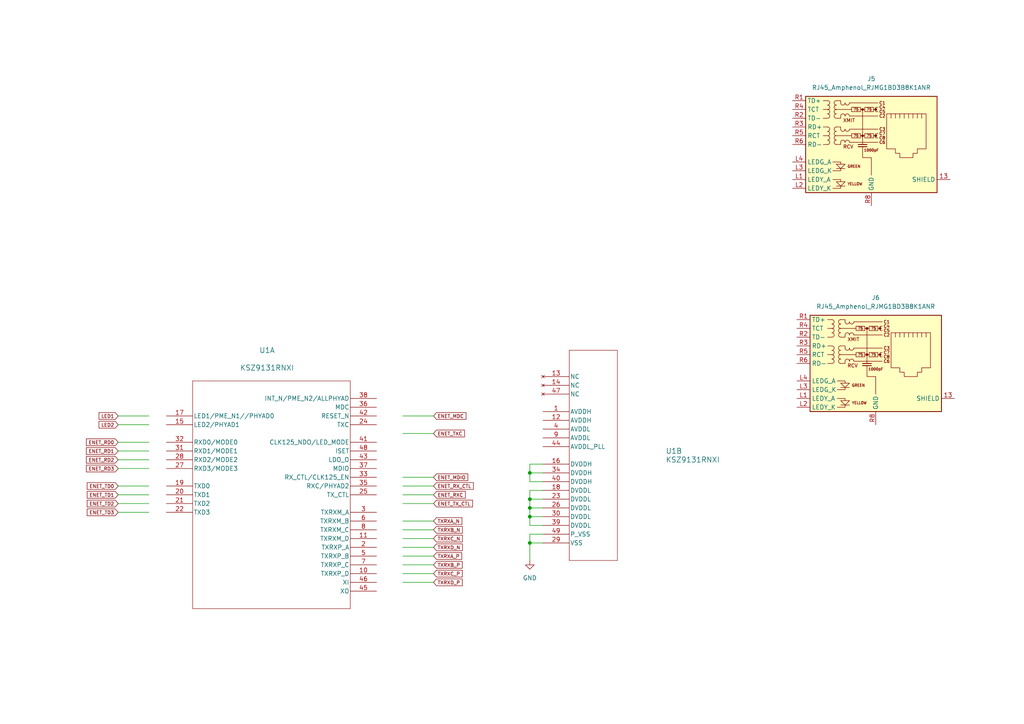
<source format=kicad_sch>
(kicad_sch (version 20231120) (generator "eeschema") (generator_version "8.0")
  (paper "A4")
  (lib_symbols
    (symbol "Connector:RJ45_Amphenol_RJMG1BD3B8K1ANR"
      (property "Reference" "J" (at 19.05 15.24 0))
      (property "Value" "RJ45_Amphenol_RJMG1BD3B8K1ANR" (at -19.05 15.24 0))
      (symbol "RJ45_Amphenol_RJMG1BD3B8K1ANR_0_0"
        (circle (center -2.54 2.54) (radius 0.254) (stroke (width 0.254)) (fill (type outline)))
        (circle (center -2.54 10.16) (radius 0.254) (stroke (width 0.254)) (fill (type outline)))
        (polyline (pts (xy -7.62 -12.065) (xy -10.16 -12.065)))
        (polyline (pts (xy -7.62 -6.985) (xy -10.16 -6.985)))
        (polyline (pts (xy -2.54 10.16) (xy -2.54 0)))
        (polyline (pts (xy -1.27 -0.635) (xy -3.81 -0.635)) (stroke (width 0.254)))
        (polyline (pts (xy -1.27 0) (xy -3.81 0)) (stroke (width 0.254)))
        (polyline (pts (xy 1.27 2.54) (xy 0.635 2.54)))
        (polyline (pts (xy 1.27 10.16) (xy 0.635 10.16)))
        (polyline (pts (xy -11.176 -12.7) (xy -8.89 -12.7) (xy -8.89 -12.065)))
        (polyline (pts (xy -11.176 -10.16) (xy -8.89 -10.16) (xy -8.89 -10.795)))
        (polyline (pts (xy -11.176 -5.08) (xy -8.89 -5.08) (xy -8.89 -5.715)))
        (polyline (pts (xy -8.89 -6.985) (xy -8.89 -7.62) (xy -11.176 -7.62)))
        (polyline (pts (xy -10.16 -5.715) (xy -7.62 -5.715) (xy -8.89 -6.985) (xy -10.16 -5.715)))
        (polyline (pts (xy -7.62 -10.795) (xy -10.16 -10.795) (xy -8.89 -12.065) (xy -7.62 -10.795)))
        (polyline (pts (xy -2.54 -0.635) (xy -2.54 -3.81) (xy 0 -3.81) (xy 0 -8.89)))
        (polyline (pts (xy 1.905 3.175) (xy 1.27 3.175) (xy 1.27 1.905) (xy 1.905 1.905)))
        (polyline (pts (xy 1.905 10.795) (xy 1.27 10.795) (xy 1.27 9.525) (xy 1.905 9.525)))
        (circle (center 1.27 2.54) (radius 0.254) (stroke (width 0.254)) (fill (type outline)))
        (circle (center 1.27 10.16) (radius 0.254) (stroke (width 0.254)) (fill (type outline)))
        (text "1000pF" (at 0 -1.651 0) (effects (font (size 0.762 0.762))))
        (text "75" (at -4.445 2.54 0) (effects (font (size 0.762 0.762))))
        (text "75" (at -4.445 10.16 0) (effects (font (size 0.762 0.762))))
        (text "75" (at -0.635 2.54 0) (effects (font (size 0.762 0.762))))
        (text "75" (at -0.635 10.16 0) (effects (font (size 0.762 0.762))))
        (text "C1" (at 3.175 12.065 0) (effects (font (size 0.889 0.889))))
        (text "C2" (at 3.175 8.255 0) (effects (font (size 0.889 0.889))))
        (text "C3" (at 3.175 4.445 0) (effects (font (size 0.889 0.889))))
        (text "C4" (at 3.175 10.795 0) (effects (font (size 0.889 0.889))))
        (text "C5" (at 3.175 9.525 0) (effects (font (size 0.889 0.889))))
        (text "C6" (at 3.175 0.635 0) (effects (font (size 0.889 0.889))))
        (text "C7" (at 3.175 3.175 0) (effects (font (size 0.889 0.889))))
        (text "C8" (at 3.175 1.905 0) (effects (font (size 0.889 0.889))))
        (text "GREEN" (at -6.985 -6.35 0) (effects (font (size 0.762 0.762)) (justify left)))
        (text "RCV" (at -8.255 -0.635 0) (effects (font (size 1.016 1.016)) (justify left)))
        (text "XMIT" (at -8.255 6.985 0) (effects (font (size 1.016 1.016)) (justify left)))
        (text "YELLOW" (at -6.985 -11.43 0) (effects (font (size 0.762 0.762)) (justify left)))
      )
      (symbol "RJ45_Amphenol_RJMG1BD3B8K1ANR_0_1"
        (rectangle (start -19.05 -13.97) (end 19.05 13.97) (stroke (width 0.254)) (fill (type background)))
        (arc (start -12.7 0) (mid -12.0677 0.635) (end -12.7 1.27))
        (arc (start -12.7 1.27) (mid -12.0677 1.905) (end -12.7 2.54))
        (arc (start -12.7 2.54) (mid -12.0677 3.175) (end -12.7 3.81))
        (arc (start -12.7 3.81) (mid -12.0677 4.445) (end -12.7 5.08))
        (arc (start -12.7 7.62) (mid -12.0677 8.255) (end -12.7 8.89))
        (arc (start -12.7 8.89) (mid -12.0677 9.525) (end -12.7 10.16))
        (arc (start -12.7 10.16) (mid -12.0677 10.795) (end -12.7 11.43))
        (arc (start -12.7 11.43) (mid -12.0677 12.065) (end -12.7 12.7))
        (arc (start -10.16 1.27) (mid -10.7923 0.635) (end -10.16 0))
        (arc (start -10.16 2.54) (mid -10.7923 1.905) (end -10.16 1.27))
        (arc (start -10.16 3.81) (mid -10.7923 3.175) (end -10.16 2.54))
        (arc (start -10.16 5.08) (mid -10.7923 4.445) (end -10.16 3.81))
        (arc (start -10.16 8.89) (mid -10.7923 8.255) (end -10.16 7.62))
        (arc (start -10.16 10.16) (mid -10.7923 9.525) (end -10.16 8.89))
        (arc (start -10.16 11.43) (mid -10.7923 10.795) (end -10.16 10.16))
        (arc (start -10.16 12.7) (mid -10.7923 12.065) (end -10.16 11.43))
        (arc (start -8.89 4.445) (mid -8.255 3.8127) (end -7.62 4.445))
        (arc (start -8.89 12.065) (mid -8.255 11.4327) (end -7.62 12.065))
        (arc (start -7.62 0.635) (mid -8.255 1.2673) (end -8.89 0.635))
        (arc (start -7.62 4.445) (mid -6.985 3.8127) (end -6.35 4.445))
        (arc (start -7.62 8.255) (mid -8.255 8.8873) (end -8.89 8.255))
        (arc (start -7.62 12.065) (mid -6.985 11.4327) (end -6.35 12.065))
        (arc (start -6.35 0.635) (mid -6.985 1.2673) (end -7.62 0.635))
        (arc (start -6.35 8.255) (mid -6.985 8.8873) (end -7.62 8.255))
        (rectangle (start -5.715 3.175) (end -3.175 1.905))
        (rectangle (start -5.715 10.795) (end -3.175 9.525))
        (rectangle (start -1.905 3.175) (end 0.635 1.905))
        (rectangle (start -1.905 10.795) (end 0.635 9.525))
        (polyline (pts (xy -12.7 0) (xy -13.97 0)))
        (polyline (pts (xy -12.7 2.54) (xy -13.97 2.54)))
        (polyline (pts (xy -12.7 5.08) (xy -13.97 5.08)))
        (polyline (pts (xy -12.7 7.62) (xy -13.97 7.62)))
        (polyline (pts (xy -12.7 10.16) (xy -13.97 10.16)))
        (polyline (pts (xy -12.7 12.7) (xy -13.97 12.7)))
        (polyline (pts (xy -6.35 0.635) (xy 1.905 0.635)))
        (polyline (pts (xy -6.35 4.445) (xy 1.905 4.445)))
        (polyline (pts (xy -6.35 8.255) (xy 1.905 8.255)))
        (polyline (pts (xy -6.35 12.065) (xy 1.905 12.065)))
        (polyline (pts (xy -5.715 2.54) (xy -10.16 2.54)))
        (polyline (pts (xy -5.715 10.16) (xy -10.16 10.16)))
        (polyline (pts (xy -3.175 2.54) (xy -1.905 2.54)))
        (polyline (pts (xy -3.175 10.16) (xy -1.905 10.16)))
        (polyline (pts (xy 5.715 7.62) (xy 5.715 8.89)))
        (polyline (pts (xy 6.985 8.89) (xy 6.985 7.62)))
        (polyline (pts (xy 8.255 8.89) (xy 8.255 7.62)))
        (polyline (pts (xy 9.525 8.89) (xy 9.525 7.62)))
        (polyline (pts (xy 10.795 8.89) (xy 10.795 7.62)))
        (polyline (pts (xy 12.065 8.89) (xy 12.065 7.62)))
        (polyline (pts (xy 13.335 7.62) (xy 13.335 8.89)))
        (polyline (pts (xy 14.605 7.62) (xy 14.605 8.89)))
        (polyline (pts (xy -10.16 5.08) (xy -8.89 5.08) (xy -8.89 4.445)))
        (polyline (pts (xy -10.16 12.7) (xy -8.89 12.7) (xy -8.89 12.065)))
        (polyline (pts (xy -8.89 0.635) (xy -8.89 0) (xy -10.16 0)))
        (polyline (pts (xy -8.89 8.255) (xy -8.89 7.62) (xy -10.16 7.62)))
        (polyline (pts (xy 4.445 8.89) (xy 15.875 8.89) (xy 15.875 -1.27) (xy 13.335 -1.27) (xy 13.335 -2.54) (xy 12.065 -2.54) (xy 12.065 -3.81) (xy 8.255 -3.81) (xy 8.255 -2.54) (xy 6.985 -2.54) (xy 6.985 -1.27) (xy 4.445 -1.27) (xy 4.445 8.89)))
      )
      (symbol "RJ45_Amphenol_RJMG1BD3B8K1ANR_1_1"
        (pin passive line (at 22.86 -10.16 180) (length 3.81) (name "SHIELD") (number "13"))
        (pin passive line (at -22.86 -10.16 0) (length 3.81) (name "LEDY_A") (number "L1"))
        (pin passive line (at -22.86 -12.7 0) (length 3.81) (name "LEDY_K") (number "L2"))
        (pin passive line (at -22.86 -7.62 0) (length 3.81) (name "LEDG_K") (number "L3"))
        (pin passive line (at -22.86 -5.08 0) (length 3.81) (name "LEDG_A") (number "L4"))
        (pin passive line (at -22.86 12.7 0) (length 3.81) (name "TD+") (number "R1"))
        (pin passive line (at -22.86 7.62 0) (length 3.81) (name "TD-") (number "R2"))
        (pin passive line (at -22.86 5.08 0) (length 3.81) (name "RD+") (number "R3"))
        (pin passive line (at -22.86 10.16 0) (length 3.81) (name "TCT") (number "R4"))
        (pin passive line (at -22.86 2.54 0) (length 3.81) (name "RCT") (number "R5"))
        (pin passive line (at -22.86 0 0) (length 3.81) (name "RD-") (number "R6"))
        (pin no_connect line (at 5.08 -5.08 0) (length 0) hide (name "NC") (number "R7"))
        (pin power_in line (at 0 -17.78 90) (length 3.81) (name "GND") (number "R8"))
      )
    )
    (symbol "KSZ9131RNXI:KSZ9131RNXI" (pin_names (offset 0.254))
      (property "Reference" "U" (at -5.08 35.56 0))
      (property "Value" "KSZ9131RNXI" (at -5.08 33.02 0))
      (symbol "KSZ9131RNXI_1_1"
        (polyline (pts (xy -30.48 -35.56) (xy 15.24 -35.56)) (stroke (width 0.127)))
        (polyline (pts (xy -30.48 30.48) (xy -30.48 -35.56)) (stroke (width 0.127)))
        (polyline (pts (xy 15.24 -35.56) (xy 15.24 30.48)) (stroke (width 0.127)))
        (polyline (pts (xy 15.24 30.48) (xy -30.48 30.48)) (stroke (width 0.127)))
        (pin unspecified line (at -38.1 -25.4 0) (length 7.62) (name "TXRXP_D") (number "10"))
        (pin unspecified line (at -38.1 -15.24 0) (length 7.62) (name "TXRXM_D") (number "11"))
        (pin bidirectional line (at 22.86 17.78 180) (length 7.62) (name "LED2/PHYAD1") (number "15"))
        (pin bidirectional line (at 22.86 20.32 180) (length 7.62) (name "LED1/PME_N1//PHYAD0") (number "17"))
        (pin input line (at 22.86 0 180) (length 7.62) (name "TXD0") (number "19"))
        (pin unspecified line (at -38.1 -17.78 0) (length 7.62) (name "TXRXP_A") (number "2"))
        (pin input line (at 22.86 -2.54 180) (length 7.62) (name "TXD1") (number "20"))
        (pin input line (at 22.86 -5.08 180) (length 7.62) (name "TXD2") (number "21"))
        (pin input line (at 22.86 -7.62 180) (length 7.62) (name "TXD3") (number "22"))
        (pin input line (at -38.1 17.78 0) (length 7.62) (name "TXC") (number "24"))
        (pin unspecified line (at -38.1 -2.54 0) (length 7.62) (name "TX_CTL") (number "25"))
        (pin bidirectional line (at 22.86 5.08 180) (length 7.62) (name "RXD3/MODE3") (number "27"))
        (pin bidirectional line (at 22.86 7.62 180) (length 7.62) (name "RXD2/MODE2") (number "28"))
        (pin unspecified line (at -38.1 -7.62 0) (length 7.62) (name "TXRXM_A") (number "3"))
        (pin bidirectional line (at 22.86 10.16 180) (length 7.62) (name "RXD1/MODE1") (number "31"))
        (pin bidirectional line (at 22.86 12.7 180) (length 7.62) (name "RXD0/MODE0") (number "32"))
        (pin unspecified line (at -38.1 2.54 0) (length 7.62) (name "RX_CTL/CLK125_EN") (number "33"))
        (pin bidirectional line (at -38.1 0 0) (length 7.62) (name "RXC/PHYAD2") (number "35"))
        (pin input line (at -38.1 22.86 0) (length 7.62) (name "MDC") (number "36"))
        (pin bidirectional line (at -38.1 5.08 0) (length 7.62) (name "MDIO") (number "37"))
        (pin input line (at -38.1 25.4 0) (length 7.62) (name "INT_N/PME_N2/ALLPHYAD") (number "38"))
        (pin unspecified line (at -38.1 12.7 0) (length 7.62) (name "CLK125_NDO/LED_MODE") (number "41"))
        (pin input line (at -38.1 20.32 0) (length 7.62) (name "RESET_N") (number "42"))
        (pin unspecified line (at -38.1 7.62 0) (length 7.62) (name "LDO_O") (number "43"))
        (pin unspecified line (at -38.1 -30.48 0) (length 7.62) (name "XO") (number "45"))
        (pin unspecified line (at -38.1 -27.94 0) (length 7.62) (name "XI") (number "46"))
        (pin unspecified line (at -38.1 10.16 0) (length 7.62) (name "ISET") (number "48"))
        (pin unspecified line (at -38.1 -20.32 0) (length 7.62) (name "TXRXP_B") (number "5"))
        (pin unspecified line (at -38.1 -10.16 0) (length 7.62) (name "TXRXM_B") (number "6"))
        (pin unspecified line (at -38.1 -22.86 0) (length 7.62) (name "TXRXP_C") (number "7"))
        (pin unspecified line (at -38.1 -12.7 0) (length 7.62) (name "TXRXM_C") (number "8"))
      )
      (symbol "KSZ9131RNXI_2_1"
        (polyline (pts (xy 7.62 -53.34) (xy 21.59 -53.34)) (stroke (width 0.127)))
        (polyline (pts (xy 7.62 7.62) (xy 7.62 -53.34)) (stroke (width 0.127)))
        (polyline (pts (xy 21.59 -53.34) (xy 21.59 7.62)) (stroke (width 0.127)))
        (polyline (pts (xy 21.59 7.62) (xy 7.62 7.62)) (stroke (width 0.127)))
        (pin power_in line (at 0 -10.16 0) (length 7.62) (name "AVDDH") (number "1"))
        (pin power_in line (at 0 -12.7 0) (length 7.62) (name "AVDDH") (number "12"))
        (pin no_connect line (at 0 0 0) (length 7.62) (name "NC") (number "13"))
        (pin no_connect line (at 0 -2.54 0) (length 7.62) (name "NC") (number "14"))
        (pin power_in line (at 0 -25.4 0) (length 7.62) (name "DVDDH") (number "16"))
        (pin power_in line (at 0 -33.02 0) (length 7.62) (name "DVDDL") (number "18"))
        (pin power_in line (at 0 -35.56 0) (length 7.62) (name "DVDDL") (number "23"))
        (pin power_in line (at 0 -38.1 0) (length 7.62) (name "DVDDL") (number "26"))
        (pin power_out line (at 0 -48.26 0) (length 7.62) (name "VSS") (number "29"))
        (pin power_in line (at 0 -40.64 0) (length 7.62) (name "DVDDL") (number "30"))
        (pin power_in line (at 0 -27.94 0) (length 7.62) (name "DVDDH") (number "34"))
        (pin power_in line (at 0 -43.18 0) (length 7.62) (name "DVDDL") (number "39"))
        (pin power_in line (at 0 -15.24 0) (length 7.62) (name "AVDDL") (number "4"))
        (pin power_in line (at 0 -30.48 0) (length 7.62) (name "DVDDH") (number "40"))
        (pin power_in line (at 0 -20.32 0) (length 7.62) (name "AVDDL_PLL") (number "44"))
        (pin no_connect line (at 0 -5.08 0) (length 7.62) (name "NC") (number "47"))
        (pin power_out line (at 0 -45.72 0) (length 7.62) (name "P_VSS") (number "49"))
        (pin power_in line (at 0 -17.78 0) (length 7.62) (name "AVDDL") (number "9"))
      )
    )
    (symbol "KSZ9131RNXI_1" (pin_names (offset 0.254))
      (property "Reference" "U" (at -5.08 35.56 0))
      (property "Value" "KSZ9131RNXI" (at -5.08 33.02 0))
      (symbol "KSZ9131RNXI_1_1_1"
        (polyline (pts (xy -30.48 -35.56) (xy 15.24 -35.56)) (stroke (width 0.127)))
        (polyline (pts (xy -30.48 30.48) (xy -30.48 -35.56)) (stroke (width 0.127)))
        (polyline (pts (xy 15.24 -35.56) (xy 15.24 30.48)) (stroke (width 0.127)))
        (polyline (pts (xy 15.24 30.48) (xy -30.48 30.48)) (stroke (width 0.127)))
        (pin unspecified line (at -38.1 -25.4 0) (length 7.62) (name "TXRXP_D") (number "10"))
        (pin unspecified line (at -38.1 -15.24 0) (length 7.62) (name "TXRXM_D") (number "11"))
        (pin bidirectional line (at 22.86 17.78 180) (length 7.62) (name "LED2/PHYAD1") (number "15"))
        (pin bidirectional line (at 22.86 20.32 180) (length 7.62) (name "LED1/PME_N1//PHYAD0") (number "17"))
        (pin input line (at 22.86 0 180) (length 7.62) (name "TXD0") (number "19"))
        (pin unspecified line (at -38.1 -17.78 0) (length 7.62) (name "TXRXP_A") (number "2"))
        (pin input line (at 22.86 -2.54 180) (length 7.62) (name "TXD1") (number "20"))
        (pin input line (at 22.86 -5.08 180) (length 7.62) (name "TXD2") (number "21"))
        (pin input line (at 22.86 -7.62 180) (length 7.62) (name "TXD3") (number "22"))
        (pin input line (at -38.1 17.78 0) (length 7.62) (name "TXC") (number "24"))
        (pin unspecified line (at -38.1 -2.54 0) (length 7.62) (name "TX_CTL") (number "25"))
        (pin bidirectional line (at 22.86 5.08 180) (length 7.62) (name "RXD3/MODE3") (number "27"))
        (pin bidirectional line (at 22.86 7.62 180) (length 7.62) (name "RXD2/MODE2") (number "28"))
        (pin unspecified line (at -38.1 -7.62 0) (length 7.62) (name "TXRXM_A") (number "3"))
        (pin bidirectional line (at 22.86 10.16 180) (length 7.62) (name "RXD1/MODE1") (number "31"))
        (pin bidirectional line (at 22.86 12.7 180) (length 7.62) (name "RXD0/MODE0") (number "32"))
        (pin unspecified line (at -38.1 2.54 0) (length 7.62) (name "RX_CTL/CLK125_EN") (number "33"))
        (pin bidirectional line (at -38.1 0 0) (length 7.62) (name "RXC/PHYAD2") (number "35"))
        (pin input line (at -38.1 22.86 0) (length 7.62) (name "MDC") (number "36"))
        (pin bidirectional line (at -38.1 5.08 0) (length 7.62) (name "MDIO") (number "37"))
        (pin input line (at -38.1 25.4 0) (length 7.62) (name "INT_N/PME_N2/ALLPHYAD") (number "38"))
        (pin unspecified line (at -38.1 12.7 0) (length 7.62) (name "CLK125_NDO/LED_MODE") (number "41"))
        (pin input line (at -38.1 20.32 0) (length 7.62) (name "RESET_N") (number "42"))
        (pin unspecified line (at -38.1 7.62 0) (length 7.62) (name "LDO_O") (number "43"))
        (pin unspecified line (at -38.1 -30.48 0) (length 7.62) (name "XO") (number "45"))
        (pin unspecified line (at -38.1 -27.94 0) (length 7.62) (name "XI") (number "46"))
        (pin unspecified line (at -38.1 10.16 0) (length 7.62) (name "ISET") (number "48"))
        (pin unspecified line (at -38.1 -20.32 0) (length 7.62) (name "TXRXP_B") (number "5"))
        (pin unspecified line (at -38.1 -10.16 0) (length 7.62) (name "TXRXM_B") (number "6"))
        (pin unspecified line (at -38.1 -22.86 0) (length 7.62) (name "TXRXP_C") (number "7"))
        (pin unspecified line (at -38.1 -12.7 0) (length 7.62) (name "TXRXM_C") (number "8"))
      )
      (symbol "KSZ9131RNXI_1_2_1"
        (polyline (pts (xy 7.62 -53.34) (xy 21.59 -53.34)) (stroke (width 0.127)))
        (polyline (pts (xy 7.62 7.62) (xy 7.62 -53.34)) (stroke (width 0.127)))
        (polyline (pts (xy 21.59 -53.34) (xy 21.59 7.62)) (stroke (width 0.127)))
        (polyline (pts (xy 21.59 7.62) (xy 7.62 7.62)) (stroke (width 0.127)))
        (pin power_in line (at 0 -10.16 0) (length 7.62) (name "AVDDH") (number "1"))
        (pin power_in line (at 0 -12.7 0) (length 7.62) (name "AVDDH") (number "12"))
        (pin no_connect line (at 0 0 0) (length 7.62) (name "NC") (number "13"))
        (pin no_connect line (at 0 -2.54 0) (length 7.62) (name "NC") (number "14"))
        (pin power_in line (at 0 -25.4 0) (length 7.62) (name "DVDDH") (number "16"))
        (pin power_in line (at 0 -33.02 0) (length 7.62) (name "DVDDL") (number "18"))
        (pin power_in line (at 0 -35.56 0) (length 7.62) (name "DVDDL") (number "23"))
        (pin power_in line (at 0 -38.1 0) (length 7.62) (name "DVDDL") (number "26"))
        (pin power_out line (at 0 -48.26 0) (length 7.62) (name "VSS") (number "29"))
        (pin power_in line (at 0 -40.64 0) (length 7.62) (name "DVDDL") (number "30"))
        (pin power_in line (at 0 -27.94 0) (length 7.62) (name "DVDDH") (number "34"))
        (pin power_in line (at 0 -43.18 0) (length 7.62) (name "DVDDL") (number "39"))
        (pin power_in line (at 0 -15.24 0) (length 7.62) (name "AVDDL") (number "4"))
        (pin power_in line (at 0 -30.48 0) (length 7.62) (name "DVDDH") (number "40"))
        (pin power_in line (at 0 -20.32 0) (length 7.62) (name "AVDDL_PLL") (number "44"))
        (pin no_connect line (at 0 -5.08 0) (length 7.62) (name "NC") (number "47"))
        (pin power_out line (at 0 -45.72 0) (length 7.62) (name "P_VSS") (number "49"))
        (pin power_in line (at 0 -17.78 0) (length 7.62) (name "AVDDL") (number "9"))
      )
    )
    (symbol "power:GND" (power) (pin_names (offset 0))
      (property "Value" "GND" (at 0 -3.81 0))
      (symbol "GND_0_1"
        (polyline (pts (xy 0 0) (xy 0 -1.27) (xy 1.27 -1.27) (xy 0 -2.54) (xy -1.27 -1.27) (xy 0 -1.27)))
      )
      (symbol "GND_1_1"
        (pin power_in line (at 0 0 270) (length 0) hide (name "GND") (number "1"))
      )
    )
  )
  (junction (at 153.67 137.16))
  (junction (at 153.67 144.78))
  (junction (at 153.67 149.86))
  (junction (at 153.67 157.48))
  (junction (at 153.67 147.32))
  (wire (pts (xy 116.84 161.29) (xy 125.73 161.29)))
  (wire (pts (xy 153.67 157.48) (xy 153.67 162.56)))
  (wire (pts (xy 153.67 137.16) (xy 153.67 134.62)))
  (wire (pts (xy 116.84 146.05) (xy 125.73 146.05)))
  (wire (pts (xy 43.18 133.35) (xy 34.29 133.35)))
  (wire (pts (xy 153.67 144.78) (xy 157.48 144.78)))
  (wire (pts (xy 43.18 146.05) (xy 34.29 146.05)))
  (wire (pts (xy 116.84 138.43) (xy 125.73 138.43)))
  (wire (pts (xy 116.84 151.13) (xy 125.73 151.13)))
  (wire (pts (xy 157.48 154.94) (xy 153.67 154.94)))
  (wire (pts (xy 116.84 125.73) (xy 125.73 125.73)))
  (wire (pts (xy 153.67 152.4) (xy 157.48 152.4)))
  (wire (pts (xy 43.18 135.89) (xy 34.29 135.89)))
  (wire (pts (xy 153.67 142.24) (xy 153.67 144.78)))
  (wire (pts (xy 43.18 130.81) (xy 34.29 130.81)))
  (wire (pts (xy 153.67 139.7) (xy 153.67 137.16)))
  (wire (pts (xy 153.67 154.94) (xy 153.67 157.48)))
  (wire (pts (xy 116.84 163.83) (xy 125.73 163.83)))
  (wire (pts (xy 116.84 168.91) (xy 125.73 168.91)))
  (wire (pts (xy 153.67 157.48) (xy 157.48 157.48)))
  (wire (pts (xy 157.48 139.7) (xy 153.67 139.7)))
  (wire (pts (xy 116.84 156.21) (xy 125.73 156.21)))
  (wire (pts (xy 43.18 148.59) (xy 34.29 148.59)))
  (wire (pts (xy 116.84 140.97) (xy 125.73 140.97)))
  (wire (pts (xy 153.67 147.32) (xy 157.48 147.32)))
  (wire (pts (xy 116.84 158.75) (xy 125.73 158.75)))
  (wire (pts (xy 43.18 120.65) (xy 34.29 120.65)))
  (wire (pts (xy 153.67 134.62) (xy 157.48 134.62)))
  (wire (pts (xy 43.18 143.51) (xy 34.29 143.51)))
  (wire (pts (xy 153.67 149.86) (xy 153.67 152.4)))
  (wire (pts (xy 153.67 137.16) (xy 157.48 137.16)))
  (wire (pts (xy 116.84 143.51) (xy 125.73 143.51)))
  (wire (pts (xy 116.84 166.37) (xy 125.73 166.37)))
  (wire (pts (xy 153.67 144.78) (xy 153.67 147.32)))
  (wire (pts (xy 43.18 140.97) (xy 34.29 140.97)))
  (wire (pts (xy 157.48 142.24) (xy 153.67 142.24)))
  (wire (pts (xy 116.84 153.67) (xy 125.73 153.67)))
  (wire (pts (xy 116.84 120.65) (xy 125.73 120.65)))
  (wire (pts (xy 43.18 128.27) (xy 34.29 128.27)))
  (wire (pts (xy 153.67 147.32) (xy 153.67 149.86)))
  (wire (pts (xy 43.18 123.19) (xy 34.29 123.19)))
  (wire (pts (xy 153.67 149.86) (xy 157.48 149.86)))
  (global_label "LED1" (shape input) (at 34.29 120.65 180) (effects (font (size 1 1))) (property "Intersheetrefs" "${INTERSHEET_REFS}" (effects (hide yes))))
  (global_label "TXRXD_P" (shape input) (at 125.73 168.91 0) (effects (font (size 1 1))) (property "Intersheetrefs" "${INTERSHEET_REFS}" (effects (hide yes))))
  (global_label "ENET_TXC" (shape input) (at 125.73 125.73 0) (effects (font (size 1 1))) (property "Intersheetrefs" "${INTERSHEET_REFS}" (effects (hide yes))))
  (global_label "TXRXC_N" (shape input) (at 125.73 156.21 0) (effects (font (size 1 1))) (property "Intersheetrefs" "${INTERSHEET_REFS}" (effects (hide yes))))
  (global_label "TXRXA_P" (shape input) (at 125.73 161.29 0) (effects (font (size 1 1))) (property "Intersheetrefs" "${INTERSHEET_REFS}" (effects (hide yes))))
  (global_label "TXRXB_N" (shape input) (at 125.73 153.67 0) (effects (font (size 1 1))) (property "Intersheetrefs" "${INTERSHEET_REFS}" (effects (hide yes))))
  (global_label "ENET_TD2" (shape input) (at 34.29 146.05 180) (effects (font (size 1 1))) (property "Intersheetrefs" "${INTERSHEET_REFS}" (effects (hide yes))))
  (global_label "ENET_TX_CTL" (shape input) (at 125.73 146.05 0) (effects (font (size 1 1))) (property "Intersheetrefs" "${INTERSHEET_REFS}" (effects (hide yes))))
  (global_label "ENET_RX_CTL" (shape input) (at 125.73 140.97 0) (effects (font (size 1 1))) (property "Intersheetrefs" "${INTERSHEET_REFS}" (effects (hide yes))))
  (global_label "TXRXA_N" (shape input) (at 125.73 151.13 0) (effects (font (size 1 1))) (property "Intersheetrefs" "${INTERSHEET_REFS}" (effects (hide yes))))
  (global_label "ENET_TD1" (shape input) (at 34.29 143.51 180) (effects (font (size 1 1))) (property "Intersheetrefs" "${INTERSHEET_REFS}" (effects (hide yes))))
  (global_label "ENET_MDC" (shape input) (at 125.73 120.65 0) (effects (font (size 1 1))) (property "Intersheetrefs" "${INTERSHEET_REFS}" (effects (hide yes))))
  (global_label "ENET_RXC" (shape input) (at 125.73 143.51 0) (effects (font (size 1 1))) (property "Intersheetrefs" "${INTERSHEET_REFS}" (effects (hide yes))))
  (global_label "ENET_MDIO" (shape input) (at 125.73 138.43 0) (effects (font (size 1 1))) (property "Intersheetrefs" "${INTERSHEET_REFS}" (effects (hide yes))))
  (global_label "LED2" (shape input) (at 34.29 123.19 180) (effects (font (size 1 1))) (property "Intersheetrefs" "${INTERSHEET_REFS}" (effects (hide yes))))
  (global_label "ENET_TD0" (shape input) (at 34.29 140.97 180) (effects (font (size 1 1))) (property "Intersheetrefs" "${INTERSHEET_REFS}" (effects (hide yes))))
  (global_label "ENET_RD0" (shape input) (at 34.29 128.27 180) (effects (font (size 1 1))) (property "Intersheetrefs" "${INTERSHEET_REFS}" (effects (hide yes))))
  (global_label "ENET_RD2" (shape input) (at 34.29 133.35 180) (effects (font (size 1 1))) (property "Intersheetrefs" "${INTERSHEET_REFS}" (effects (hide yes))))
  (global_label "TXRXC_P" (shape input) (at 125.73 166.37 0) (effects (font (size 1 1))) (property "Intersheetrefs" "${INTERSHEET_REFS}" (effects (hide yes))))
  (global_label "ENET_RD1" (shape input) (at 34.29 130.81 180) (effects (font (size 1 1))) (property "Intersheetrefs" "${INTERSHEET_REFS}" (effects (hide yes))))
  (global_label "TXRXD_N" (shape input) (at 125.73 158.75 0) (effects (font (size 1 1))) (property "Intersheetrefs" "${INTERSHEET_REFS}" (effects (hide yes))))
  (global_label "ENET_RD3" (shape input) (at 34.29 135.89 180) (effects (font (size 1 1))) (property "Intersheetrefs" "${INTERSHEET_REFS}" (effects (hide yes))))
  (global_label "ENET_TD3" (shape input) (at 34.29 148.59 180) (effects (font (size 1 1))) (property "Intersheetrefs" "${INTERSHEET_REFS}" (effects (hide yes))))
  (global_label "TXRXB_P" (shape input) (at 125.73 163.83 0) (effects (font (size 1 1))) (property "Intersheetrefs" "${INTERSHEET_REFS}" (effects (hide yes))))
  (symbol (lib_id "Connector:RJ45_Amphenol_RJMG1BD3B8K1ANR") (at 252.73 41.91 0) (unit 1)
    (property "Reference" "J5" (at 252.73 22.86 0))
    (property "Value" "RJ45_Amphenol_RJMG1BD3B8K1ANR" (at 252.73 25.4 0))
    (property "Footprint" "Connector_RJ:RJ45_Amphenol_RJMG1BD3B8K1ANR" (effects (hide yes)))
    (property "Datasheet" "https://www.amphenolcanada.com/ProductSearch/Drawings/AC/RJMG1BD3B8K1ANR.PDF" (effects (hide yes)))
  )
  (symbol (lib_id "Connector:RJ45_Amphenol_RJMG1BD3B8K1ANR") (at 254 105.41 0) (unit 1)
    (property "Reference" "J6" (at 254 86.36 0))
    (property "Value" "RJ45_Amphenol_RJMG1BD3B8K1ANR" (at 254 88.9 0))
    (property "Footprint" "Connector_RJ:RJ45_Amphenol_RJMG1BD3B8K1ANR" (effects (hide yes)))
    (property "Datasheet" "https://www.amphenolcanada.com/ProductSearch/Drawings/AC/RJMG1BD3B8K1ANR.PDF" (effects (hide yes)))
  )
  (symbol (lib_id "KSZ9131RNXI:KSZ9131RNXI") (at 157.48 109.22 0) (unit 2)
    (property "Reference" "U1" (at 193.04 130.81 0) (effects (font (size 1.524 1.524)) (justify left)))
    (property "Value" "KSZ9131RNXI" (at 193.04 133.35 0) (effects (font (size 1.524 1.524)) (justify left)))
    (property "Footprint" "Package_DFN_QFN:QFN-48-1EP_7x7mm_P0.5mm_EP5.6x5.6mm" (effects (hide yes)))
    (property "Datasheet" "KSZ9131RNXI" (effects (hide yes)))
  )
  (symbol (lib_id "power:GND") (at 153.67 162.56 0) (unit 1)
    (property "Reference" "#PWR05" (effects (hide yes)))
    (property "Value" "GND" (at 153.67 167.64 0))
  )
  (symbol (lib_name "KSZ9131RNXI_1") (lib_id "KSZ9131RNXI:KSZ9131RNXI") (at 71.12 140.97 0) (mirror y) (unit 1)
    (property "Reference" "U1" (at 77.47 101.6 0) (effects (font (size 1.524 1.524))))
    (property "Value" "KSZ9131RNXI" (at 77.47 106.68 0) (effects (font (size 1.524 1.524))))
    (property "Footprint" "Package_DFN_QFN:QFN-48-1EP_7x7mm_P0.5mm_EP5.6x5.6mm" (effects (hide yes)))
    (property "Datasheet" "KSZ9131RNXI" (effects (hide yes)))
  )
)
</source>
